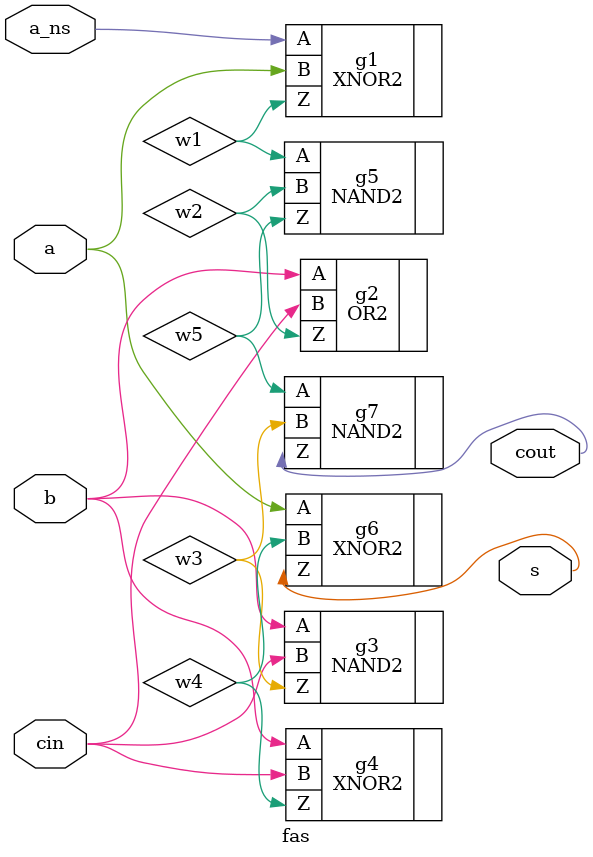
<source format=sv>
module fas (
    input logic a,           // Input bit a
    input logic b,           // Input bit b
    input logic cin,         // Carry in
    input logic a_ns,        // A_nS (add/not subtract) control
    output logic s,          // Output S
    output logic cout        // Carry out
);


logic w1, w2, w3, w4, w5;
XNOR2 #(.Tpdlh(3), .Tpdhl(3)) g1 (.Z(w1), .A(a_ns), .B(a));
OR2 #(.Tpdlh(3), .Tpdhl(3)) g2 (.Z(w2), .A(b), .B(cin));
NAND2 #(.Tpdlh(6), .Tpdhl(6)) g3 (.Z(w3), .A(b), .B(cin));
XNOR2 #(.Tpdlh(3), .Tpdhl(3)) g4 (.Z(w4), .A(b), .B(cin));
NAND2 #(.Tpdlh(6), .Tpdhl(6)) g5 (.Z(w5), .A(w1), .B(w2));
XNOR2 #(.Tpdlh(3), .Tpdhl(3)) g6 (.Z(s), .A(a), .B(w4));
NAND2 #(.Tpdlh(6), .Tpdhl(6)) g7 (.Z(cout), .A(w5), .B(w3));


endmodule

</source>
